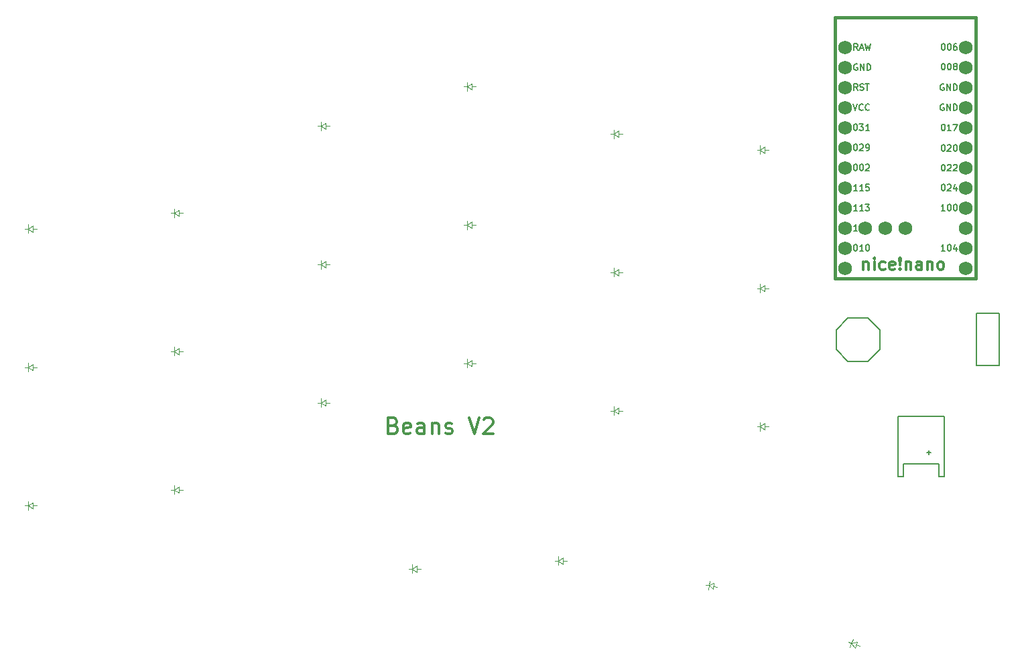
<source format=gbr>
%TF.GenerationSoftware,KiCad,Pcbnew,8.0.4*%
%TF.CreationDate,2024-08-22T13:25:46+01:00*%
%TF.ProjectId,left (v2 backup),6c656674-2028-4763-9220-6261636b7570,v1.0.0*%
%TF.SameCoordinates,Original*%
%TF.FileFunction,Legend,Top*%
%TF.FilePolarity,Positive*%
%FSLAX46Y46*%
G04 Gerber Fmt 4.6, Leading zero omitted, Abs format (unit mm)*
G04 Created by KiCad (PCBNEW 8.0.4) date 2024-08-22 13:25:46*
%MOMM*%
%LPD*%
G01*
G04 APERTURE LIST*
%ADD10C,0.300000*%
%ADD11C,0.150000*%
%ADD12C,0.100000*%
%ADD13C,0.381000*%
%ADD14C,1.752600*%
G04 APERTURE END LIST*
D10*
X146495985Y-77267722D02*
X146781699Y-77362960D01*
X146781699Y-77362960D02*
X146876937Y-77458198D01*
X146876937Y-77458198D02*
X146972175Y-77648674D01*
X146972175Y-77648674D02*
X146972175Y-77934388D01*
X146972175Y-77934388D02*
X146876937Y-78124864D01*
X146876937Y-78124864D02*
X146781699Y-78220103D01*
X146781699Y-78220103D02*
X146591223Y-78315341D01*
X146591223Y-78315341D02*
X145829318Y-78315341D01*
X145829318Y-78315341D02*
X145829318Y-76315341D01*
X145829318Y-76315341D02*
X146495985Y-76315341D01*
X146495985Y-76315341D02*
X146686461Y-76410579D01*
X146686461Y-76410579D02*
X146781699Y-76505817D01*
X146781699Y-76505817D02*
X146876937Y-76696293D01*
X146876937Y-76696293D02*
X146876937Y-76886769D01*
X146876937Y-76886769D02*
X146781699Y-77077245D01*
X146781699Y-77077245D02*
X146686461Y-77172483D01*
X146686461Y-77172483D02*
X146495985Y-77267722D01*
X146495985Y-77267722D02*
X145829318Y-77267722D01*
X148591223Y-78220103D02*
X148400747Y-78315341D01*
X148400747Y-78315341D02*
X148019794Y-78315341D01*
X148019794Y-78315341D02*
X147829318Y-78220103D01*
X147829318Y-78220103D02*
X147734080Y-78029626D01*
X147734080Y-78029626D02*
X147734080Y-77267722D01*
X147734080Y-77267722D02*
X147829318Y-77077245D01*
X147829318Y-77077245D02*
X148019794Y-76982007D01*
X148019794Y-76982007D02*
X148400747Y-76982007D01*
X148400747Y-76982007D02*
X148591223Y-77077245D01*
X148591223Y-77077245D02*
X148686461Y-77267722D01*
X148686461Y-77267722D02*
X148686461Y-77458198D01*
X148686461Y-77458198D02*
X147734080Y-77648674D01*
X150400747Y-78315341D02*
X150400747Y-77267722D01*
X150400747Y-77267722D02*
X150305509Y-77077245D01*
X150305509Y-77077245D02*
X150115033Y-76982007D01*
X150115033Y-76982007D02*
X149734080Y-76982007D01*
X149734080Y-76982007D02*
X149543604Y-77077245D01*
X150400747Y-78220103D02*
X150210271Y-78315341D01*
X150210271Y-78315341D02*
X149734080Y-78315341D01*
X149734080Y-78315341D02*
X149543604Y-78220103D01*
X149543604Y-78220103D02*
X149448366Y-78029626D01*
X149448366Y-78029626D02*
X149448366Y-77839150D01*
X149448366Y-77839150D02*
X149543604Y-77648674D01*
X149543604Y-77648674D02*
X149734080Y-77553436D01*
X149734080Y-77553436D02*
X150210271Y-77553436D01*
X150210271Y-77553436D02*
X150400747Y-77458198D01*
X151353128Y-76982007D02*
X151353128Y-78315341D01*
X151353128Y-77172483D02*
X151448366Y-77077245D01*
X151448366Y-77077245D02*
X151638842Y-76982007D01*
X151638842Y-76982007D02*
X151924557Y-76982007D01*
X151924557Y-76982007D02*
X152115033Y-77077245D01*
X152115033Y-77077245D02*
X152210271Y-77267722D01*
X152210271Y-77267722D02*
X152210271Y-78315341D01*
X153067414Y-78220103D02*
X153257890Y-78315341D01*
X153257890Y-78315341D02*
X153638842Y-78315341D01*
X153638842Y-78315341D02*
X153829319Y-78220103D01*
X153829319Y-78220103D02*
X153924557Y-78029626D01*
X153924557Y-78029626D02*
X153924557Y-77934388D01*
X153924557Y-77934388D02*
X153829319Y-77743912D01*
X153829319Y-77743912D02*
X153638842Y-77648674D01*
X153638842Y-77648674D02*
X153353128Y-77648674D01*
X153353128Y-77648674D02*
X153162652Y-77553436D01*
X153162652Y-77553436D02*
X153067414Y-77362960D01*
X153067414Y-77362960D02*
X153067414Y-77267722D01*
X153067414Y-77267722D02*
X153162652Y-77077245D01*
X153162652Y-77077245D02*
X153353128Y-76982007D01*
X153353128Y-76982007D02*
X153638842Y-76982007D01*
X153638842Y-76982007D02*
X153829319Y-77077245D01*
X156019796Y-76315341D02*
X156686462Y-78315341D01*
X156686462Y-78315341D02*
X157353129Y-76315341D01*
X157924558Y-76505817D02*
X158019796Y-76410579D01*
X158019796Y-76410579D02*
X158210272Y-76315341D01*
X158210272Y-76315341D02*
X158686463Y-76315341D01*
X158686463Y-76315341D02*
X158876939Y-76410579D01*
X158876939Y-76410579D02*
X158972177Y-76505817D01*
X158972177Y-76505817D02*
X159067415Y-76696293D01*
X159067415Y-76696293D02*
X159067415Y-76886769D01*
X159067415Y-76886769D02*
X158972177Y-77172483D01*
X158972177Y-77172483D02*
X157829320Y-78315341D01*
X157829320Y-78315341D02*
X159067415Y-78315341D01*
D11*
X204818565Y-44238001D02*
X204894755Y-44238001D01*
X204894755Y-44238001D02*
X204970946Y-44276096D01*
X204970946Y-44276096D02*
X205009041Y-44314191D01*
X205009041Y-44314191D02*
X205047136Y-44390382D01*
X205047136Y-44390382D02*
X205085231Y-44542763D01*
X205085231Y-44542763D02*
X205085231Y-44733239D01*
X205085231Y-44733239D02*
X205047136Y-44885620D01*
X205047136Y-44885620D02*
X205009041Y-44961810D01*
X205009041Y-44961810D02*
X204970946Y-44999906D01*
X204970946Y-44999906D02*
X204894755Y-45038001D01*
X204894755Y-45038001D02*
X204818565Y-45038001D01*
X204818565Y-45038001D02*
X204742374Y-44999906D01*
X204742374Y-44999906D02*
X204704279Y-44961810D01*
X204704279Y-44961810D02*
X204666184Y-44885620D01*
X204666184Y-44885620D02*
X204628088Y-44733239D01*
X204628088Y-44733239D02*
X204628088Y-44542763D01*
X204628088Y-44542763D02*
X204666184Y-44390382D01*
X204666184Y-44390382D02*
X204704279Y-44314191D01*
X204704279Y-44314191D02*
X204742374Y-44276096D01*
X204742374Y-44276096D02*
X204818565Y-44238001D01*
X205580470Y-44238001D02*
X205656660Y-44238001D01*
X205656660Y-44238001D02*
X205732851Y-44276096D01*
X205732851Y-44276096D02*
X205770946Y-44314191D01*
X205770946Y-44314191D02*
X205809041Y-44390382D01*
X205809041Y-44390382D02*
X205847136Y-44542763D01*
X205847136Y-44542763D02*
X205847136Y-44733239D01*
X205847136Y-44733239D02*
X205809041Y-44885620D01*
X205809041Y-44885620D02*
X205770946Y-44961810D01*
X205770946Y-44961810D02*
X205732851Y-44999906D01*
X205732851Y-44999906D02*
X205656660Y-45038001D01*
X205656660Y-45038001D02*
X205580470Y-45038001D01*
X205580470Y-45038001D02*
X205504279Y-44999906D01*
X205504279Y-44999906D02*
X205466184Y-44961810D01*
X205466184Y-44961810D02*
X205428089Y-44885620D01*
X205428089Y-44885620D02*
X205389993Y-44733239D01*
X205389993Y-44733239D02*
X205389993Y-44542763D01*
X205389993Y-44542763D02*
X205428089Y-44390382D01*
X205428089Y-44390382D02*
X205466184Y-44314191D01*
X205466184Y-44314191D02*
X205504279Y-44276096D01*
X205504279Y-44276096D02*
X205580470Y-44238001D01*
X206151898Y-44314191D02*
X206189994Y-44276096D01*
X206189994Y-44276096D02*
X206266184Y-44238001D01*
X206266184Y-44238001D02*
X206456660Y-44238001D01*
X206456660Y-44238001D02*
X206532851Y-44276096D01*
X206532851Y-44276096D02*
X206570946Y-44314191D01*
X206570946Y-44314191D02*
X206609041Y-44390382D01*
X206609041Y-44390382D02*
X206609041Y-44466572D01*
X206609041Y-44466572D02*
X206570946Y-44580858D01*
X206570946Y-44580858D02*
X206113803Y-45038001D01*
X206113803Y-45038001D02*
X206609041Y-45038001D01*
X204818565Y-39158001D02*
X204894755Y-39158001D01*
X204894755Y-39158001D02*
X204970946Y-39196096D01*
X204970946Y-39196096D02*
X205009041Y-39234191D01*
X205009041Y-39234191D02*
X205047136Y-39310382D01*
X205047136Y-39310382D02*
X205085231Y-39462763D01*
X205085231Y-39462763D02*
X205085231Y-39653239D01*
X205085231Y-39653239D02*
X205047136Y-39805620D01*
X205047136Y-39805620D02*
X205009041Y-39881810D01*
X205009041Y-39881810D02*
X204970946Y-39919906D01*
X204970946Y-39919906D02*
X204894755Y-39958001D01*
X204894755Y-39958001D02*
X204818565Y-39958001D01*
X204818565Y-39958001D02*
X204742374Y-39919906D01*
X204742374Y-39919906D02*
X204704279Y-39881810D01*
X204704279Y-39881810D02*
X204666184Y-39805620D01*
X204666184Y-39805620D02*
X204628088Y-39653239D01*
X204628088Y-39653239D02*
X204628088Y-39462763D01*
X204628088Y-39462763D02*
X204666184Y-39310382D01*
X204666184Y-39310382D02*
X204704279Y-39234191D01*
X204704279Y-39234191D02*
X204742374Y-39196096D01*
X204742374Y-39196096D02*
X204818565Y-39158001D01*
X205351898Y-39158001D02*
X205847136Y-39158001D01*
X205847136Y-39158001D02*
X205580470Y-39462763D01*
X205580470Y-39462763D02*
X205694755Y-39462763D01*
X205694755Y-39462763D02*
X205770946Y-39500858D01*
X205770946Y-39500858D02*
X205809041Y-39538953D01*
X205809041Y-39538953D02*
X205847136Y-39615144D01*
X205847136Y-39615144D02*
X205847136Y-39805620D01*
X205847136Y-39805620D02*
X205809041Y-39881810D01*
X205809041Y-39881810D02*
X205770946Y-39919906D01*
X205770946Y-39919906D02*
X205694755Y-39958001D01*
X205694755Y-39958001D02*
X205466184Y-39958001D01*
X205466184Y-39958001D02*
X205389993Y-39919906D01*
X205389993Y-39919906D02*
X205351898Y-39881810D01*
X206609041Y-39958001D02*
X206151898Y-39958001D01*
X206380470Y-39958001D02*
X206380470Y-39158001D01*
X206380470Y-39158001D02*
X206304279Y-39272286D01*
X206304279Y-39272286D02*
X206228089Y-39348477D01*
X206228089Y-39348477D02*
X206151898Y-39386572D01*
X215892946Y-39168001D02*
X215969136Y-39168001D01*
X215969136Y-39168001D02*
X216045327Y-39206096D01*
X216045327Y-39206096D02*
X216083422Y-39244191D01*
X216083422Y-39244191D02*
X216121517Y-39320382D01*
X216121517Y-39320382D02*
X216159612Y-39472763D01*
X216159612Y-39472763D02*
X216159612Y-39663239D01*
X216159612Y-39663239D02*
X216121517Y-39815620D01*
X216121517Y-39815620D02*
X216083422Y-39891810D01*
X216083422Y-39891810D02*
X216045327Y-39929906D01*
X216045327Y-39929906D02*
X215969136Y-39968001D01*
X215969136Y-39968001D02*
X215892946Y-39968001D01*
X215892946Y-39968001D02*
X215816755Y-39929906D01*
X215816755Y-39929906D02*
X215778660Y-39891810D01*
X215778660Y-39891810D02*
X215740565Y-39815620D01*
X215740565Y-39815620D02*
X215702469Y-39663239D01*
X215702469Y-39663239D02*
X215702469Y-39472763D01*
X215702469Y-39472763D02*
X215740565Y-39320382D01*
X215740565Y-39320382D02*
X215778660Y-39244191D01*
X215778660Y-39244191D02*
X215816755Y-39206096D01*
X215816755Y-39206096D02*
X215892946Y-39168001D01*
X216921517Y-39968001D02*
X216464374Y-39968001D01*
X216692946Y-39968001D02*
X216692946Y-39168001D01*
X216692946Y-39168001D02*
X216616755Y-39282286D01*
X216616755Y-39282286D02*
X216540565Y-39358477D01*
X216540565Y-39358477D02*
X216464374Y-39396572D01*
X217188184Y-39168001D02*
X217721518Y-39168001D01*
X217721518Y-39168001D02*
X217378660Y-39968001D01*
X205085231Y-50118001D02*
X204628088Y-50118001D01*
X204856660Y-50118001D02*
X204856660Y-49318001D01*
X204856660Y-49318001D02*
X204780469Y-49432286D01*
X204780469Y-49432286D02*
X204704279Y-49508477D01*
X204704279Y-49508477D02*
X204628088Y-49546572D01*
X205847136Y-50118001D02*
X205389993Y-50118001D01*
X205618565Y-50118001D02*
X205618565Y-49318001D01*
X205618565Y-49318001D02*
X205542374Y-49432286D01*
X205542374Y-49432286D02*
X205466184Y-49508477D01*
X205466184Y-49508477D02*
X205389993Y-49546572D01*
X206113803Y-49318001D02*
X206609041Y-49318001D01*
X206609041Y-49318001D02*
X206342375Y-49622763D01*
X206342375Y-49622763D02*
X206456660Y-49622763D01*
X206456660Y-49622763D02*
X206532851Y-49660858D01*
X206532851Y-49660858D02*
X206570946Y-49698953D01*
X206570946Y-49698953D02*
X206609041Y-49775144D01*
X206609041Y-49775144D02*
X206609041Y-49965620D01*
X206609041Y-49965620D02*
X206570946Y-50041810D01*
X206570946Y-50041810D02*
X206532851Y-50079906D01*
X206532851Y-50079906D02*
X206456660Y-50118001D01*
X206456660Y-50118001D02*
X206228089Y-50118001D01*
X206228089Y-50118001D02*
X206151898Y-50079906D01*
X206151898Y-50079906D02*
X206113803Y-50041810D01*
X215892946Y-31468001D02*
X215969136Y-31468001D01*
X215969136Y-31468001D02*
X216045327Y-31506096D01*
X216045327Y-31506096D02*
X216083422Y-31544191D01*
X216083422Y-31544191D02*
X216121517Y-31620382D01*
X216121517Y-31620382D02*
X216159612Y-31772763D01*
X216159612Y-31772763D02*
X216159612Y-31963239D01*
X216159612Y-31963239D02*
X216121517Y-32115620D01*
X216121517Y-32115620D02*
X216083422Y-32191810D01*
X216083422Y-32191810D02*
X216045327Y-32229906D01*
X216045327Y-32229906D02*
X215969136Y-32268001D01*
X215969136Y-32268001D02*
X215892946Y-32268001D01*
X215892946Y-32268001D02*
X215816755Y-32229906D01*
X215816755Y-32229906D02*
X215778660Y-32191810D01*
X215778660Y-32191810D02*
X215740565Y-32115620D01*
X215740565Y-32115620D02*
X215702469Y-31963239D01*
X215702469Y-31963239D02*
X215702469Y-31772763D01*
X215702469Y-31772763D02*
X215740565Y-31620382D01*
X215740565Y-31620382D02*
X215778660Y-31544191D01*
X215778660Y-31544191D02*
X215816755Y-31506096D01*
X215816755Y-31506096D02*
X215892946Y-31468001D01*
X216654851Y-31468001D02*
X216731041Y-31468001D01*
X216731041Y-31468001D02*
X216807232Y-31506096D01*
X216807232Y-31506096D02*
X216845327Y-31544191D01*
X216845327Y-31544191D02*
X216883422Y-31620382D01*
X216883422Y-31620382D02*
X216921517Y-31772763D01*
X216921517Y-31772763D02*
X216921517Y-31963239D01*
X216921517Y-31963239D02*
X216883422Y-32115620D01*
X216883422Y-32115620D02*
X216845327Y-32191810D01*
X216845327Y-32191810D02*
X216807232Y-32229906D01*
X216807232Y-32229906D02*
X216731041Y-32268001D01*
X216731041Y-32268001D02*
X216654851Y-32268001D01*
X216654851Y-32268001D02*
X216578660Y-32229906D01*
X216578660Y-32229906D02*
X216540565Y-32191810D01*
X216540565Y-32191810D02*
X216502470Y-32115620D01*
X216502470Y-32115620D02*
X216464374Y-31963239D01*
X216464374Y-31963239D02*
X216464374Y-31772763D01*
X216464374Y-31772763D02*
X216502470Y-31620382D01*
X216502470Y-31620382D02*
X216540565Y-31544191D01*
X216540565Y-31544191D02*
X216578660Y-31506096D01*
X216578660Y-31506096D02*
X216654851Y-31468001D01*
X217378660Y-31810858D02*
X217302470Y-31772763D01*
X217302470Y-31772763D02*
X217264375Y-31734667D01*
X217264375Y-31734667D02*
X217226279Y-31658477D01*
X217226279Y-31658477D02*
X217226279Y-31620382D01*
X217226279Y-31620382D02*
X217264375Y-31544191D01*
X217264375Y-31544191D02*
X217302470Y-31506096D01*
X217302470Y-31506096D02*
X217378660Y-31468001D01*
X217378660Y-31468001D02*
X217531041Y-31468001D01*
X217531041Y-31468001D02*
X217607232Y-31506096D01*
X217607232Y-31506096D02*
X217645327Y-31544191D01*
X217645327Y-31544191D02*
X217683422Y-31620382D01*
X217683422Y-31620382D02*
X217683422Y-31658477D01*
X217683422Y-31658477D02*
X217645327Y-31734667D01*
X217645327Y-31734667D02*
X217607232Y-31772763D01*
X217607232Y-31772763D02*
X217531041Y-31810858D01*
X217531041Y-31810858D02*
X217378660Y-31810858D01*
X217378660Y-31810858D02*
X217302470Y-31848953D01*
X217302470Y-31848953D02*
X217264375Y-31887048D01*
X217264375Y-31887048D02*
X217226279Y-31963239D01*
X217226279Y-31963239D02*
X217226279Y-32115620D01*
X217226279Y-32115620D02*
X217264375Y-32191810D01*
X217264375Y-32191810D02*
X217302470Y-32229906D01*
X217302470Y-32229906D02*
X217378660Y-32268001D01*
X217378660Y-32268001D02*
X217531041Y-32268001D01*
X217531041Y-32268001D02*
X217607232Y-32229906D01*
X217607232Y-32229906D02*
X217645327Y-32191810D01*
X217645327Y-32191810D02*
X217683422Y-32115620D01*
X217683422Y-32115620D02*
X217683422Y-31963239D01*
X217683422Y-31963239D02*
X217645327Y-31887048D01*
X217645327Y-31887048D02*
X217607232Y-31848953D01*
X217607232Y-31848953D02*
X217531041Y-31810858D01*
D10*
X205866041Y-56546034D02*
X205866041Y-57546034D01*
X205866041Y-56688891D02*
X205937470Y-56617463D01*
X205937470Y-56617463D02*
X206080327Y-56546034D01*
X206080327Y-56546034D02*
X206294613Y-56546034D01*
X206294613Y-56546034D02*
X206437470Y-56617463D01*
X206437470Y-56617463D02*
X206508899Y-56760320D01*
X206508899Y-56760320D02*
X206508899Y-57546034D01*
X207223184Y-57546034D02*
X207223184Y-56546034D01*
X207223184Y-56046034D02*
X207151756Y-56117463D01*
X207151756Y-56117463D02*
X207223184Y-56188891D01*
X207223184Y-56188891D02*
X207294613Y-56117463D01*
X207294613Y-56117463D02*
X207223184Y-56046034D01*
X207223184Y-56046034D02*
X207223184Y-56188891D01*
X208580328Y-57474606D02*
X208437470Y-57546034D01*
X208437470Y-57546034D02*
X208151756Y-57546034D01*
X208151756Y-57546034D02*
X208008899Y-57474606D01*
X208008899Y-57474606D02*
X207937470Y-57403177D01*
X207937470Y-57403177D02*
X207866042Y-57260320D01*
X207866042Y-57260320D02*
X207866042Y-56831748D01*
X207866042Y-56831748D02*
X207937470Y-56688891D01*
X207937470Y-56688891D02*
X208008899Y-56617463D01*
X208008899Y-56617463D02*
X208151756Y-56546034D01*
X208151756Y-56546034D02*
X208437470Y-56546034D01*
X208437470Y-56546034D02*
X208580328Y-56617463D01*
X209794613Y-57474606D02*
X209651756Y-57546034D01*
X209651756Y-57546034D02*
X209366042Y-57546034D01*
X209366042Y-57546034D02*
X209223184Y-57474606D01*
X209223184Y-57474606D02*
X209151756Y-57331748D01*
X209151756Y-57331748D02*
X209151756Y-56760320D01*
X209151756Y-56760320D02*
X209223184Y-56617463D01*
X209223184Y-56617463D02*
X209366042Y-56546034D01*
X209366042Y-56546034D02*
X209651756Y-56546034D01*
X209651756Y-56546034D02*
X209794613Y-56617463D01*
X209794613Y-56617463D02*
X209866042Y-56760320D01*
X209866042Y-56760320D02*
X209866042Y-56903177D01*
X209866042Y-56903177D02*
X209151756Y-57046034D01*
X210508898Y-57403177D02*
X210580327Y-57474606D01*
X210580327Y-57474606D02*
X210508898Y-57546034D01*
X210508898Y-57546034D02*
X210437470Y-57474606D01*
X210437470Y-57474606D02*
X210508898Y-57403177D01*
X210508898Y-57403177D02*
X210508898Y-57546034D01*
X210508898Y-56974606D02*
X210437470Y-56117463D01*
X210437470Y-56117463D02*
X210508898Y-56046034D01*
X210508898Y-56046034D02*
X210580327Y-56117463D01*
X210580327Y-56117463D02*
X210508898Y-56974606D01*
X210508898Y-56974606D02*
X210508898Y-56046034D01*
X211223184Y-56546034D02*
X211223184Y-57546034D01*
X211223184Y-56688891D02*
X211294613Y-56617463D01*
X211294613Y-56617463D02*
X211437470Y-56546034D01*
X211437470Y-56546034D02*
X211651756Y-56546034D01*
X211651756Y-56546034D02*
X211794613Y-56617463D01*
X211794613Y-56617463D02*
X211866042Y-56760320D01*
X211866042Y-56760320D02*
X211866042Y-57546034D01*
X213223185Y-57546034D02*
X213223185Y-56760320D01*
X213223185Y-56760320D02*
X213151756Y-56617463D01*
X213151756Y-56617463D02*
X213008899Y-56546034D01*
X213008899Y-56546034D02*
X212723185Y-56546034D01*
X212723185Y-56546034D02*
X212580327Y-56617463D01*
X213223185Y-57474606D02*
X213080327Y-57546034D01*
X213080327Y-57546034D02*
X212723185Y-57546034D01*
X212723185Y-57546034D02*
X212580327Y-57474606D01*
X212580327Y-57474606D02*
X212508899Y-57331748D01*
X212508899Y-57331748D02*
X212508899Y-57188891D01*
X212508899Y-57188891D02*
X212580327Y-57046034D01*
X212580327Y-57046034D02*
X212723185Y-56974606D01*
X212723185Y-56974606D02*
X213080327Y-56974606D01*
X213080327Y-56974606D02*
X213223185Y-56903177D01*
X213937470Y-56546034D02*
X213937470Y-57546034D01*
X213937470Y-56688891D02*
X214008899Y-56617463D01*
X214008899Y-56617463D02*
X214151756Y-56546034D01*
X214151756Y-56546034D02*
X214366042Y-56546034D01*
X214366042Y-56546034D02*
X214508899Y-56617463D01*
X214508899Y-56617463D02*
X214580328Y-56760320D01*
X214580328Y-56760320D02*
X214580328Y-57546034D01*
X215508899Y-57546034D02*
X215366042Y-57474606D01*
X215366042Y-57474606D02*
X215294613Y-57403177D01*
X215294613Y-57403177D02*
X215223185Y-57260320D01*
X215223185Y-57260320D02*
X215223185Y-56831748D01*
X215223185Y-56831748D02*
X215294613Y-56688891D01*
X215294613Y-56688891D02*
X215366042Y-56617463D01*
X215366042Y-56617463D02*
X215508899Y-56546034D01*
X215508899Y-56546034D02*
X215723185Y-56546034D01*
X215723185Y-56546034D02*
X215866042Y-56617463D01*
X215866042Y-56617463D02*
X215937471Y-56688891D01*
X215937471Y-56688891D02*
X216008899Y-56831748D01*
X216008899Y-56831748D02*
X216008899Y-57260320D01*
X216008899Y-57260320D02*
X215937471Y-57403177D01*
X215937471Y-57403177D02*
X215866042Y-57474606D01*
X215866042Y-57474606D02*
X215723185Y-57546034D01*
X215723185Y-57546034D02*
X215508899Y-57546034D01*
D11*
X205085231Y-52658001D02*
X204628088Y-52658001D01*
X204856660Y-52658001D02*
X204856660Y-51858001D01*
X204856660Y-51858001D02*
X204780469Y-51972286D01*
X204780469Y-51972286D02*
X204704279Y-52048477D01*
X204704279Y-52048477D02*
X204628088Y-52086572D01*
X205847136Y-52658001D02*
X205389993Y-52658001D01*
X205618565Y-52658001D02*
X205618565Y-51858001D01*
X205618565Y-51858001D02*
X205542374Y-51972286D01*
X205542374Y-51972286D02*
X205466184Y-52048477D01*
X205466184Y-52048477D02*
X205389993Y-52086572D01*
X206609041Y-52658001D02*
X206151898Y-52658001D01*
X206380470Y-52658001D02*
X206380470Y-51858001D01*
X206380470Y-51858001D02*
X206304279Y-51972286D01*
X206304279Y-51972286D02*
X206228089Y-52048477D01*
X206228089Y-52048477D02*
X206151898Y-52086572D01*
X216007232Y-34116096D02*
X215931042Y-34078001D01*
X215931042Y-34078001D02*
X215816756Y-34078001D01*
X215816756Y-34078001D02*
X215702470Y-34116096D01*
X215702470Y-34116096D02*
X215626280Y-34192286D01*
X215626280Y-34192286D02*
X215588185Y-34268477D01*
X215588185Y-34268477D02*
X215550089Y-34420858D01*
X215550089Y-34420858D02*
X215550089Y-34535144D01*
X215550089Y-34535144D02*
X215588185Y-34687525D01*
X215588185Y-34687525D02*
X215626280Y-34763715D01*
X215626280Y-34763715D02*
X215702470Y-34839906D01*
X215702470Y-34839906D02*
X215816756Y-34878001D01*
X215816756Y-34878001D02*
X215892947Y-34878001D01*
X215892947Y-34878001D02*
X216007232Y-34839906D01*
X216007232Y-34839906D02*
X216045328Y-34801810D01*
X216045328Y-34801810D02*
X216045328Y-34535144D01*
X216045328Y-34535144D02*
X215892947Y-34535144D01*
X216388185Y-34878001D02*
X216388185Y-34078001D01*
X216388185Y-34078001D02*
X216845328Y-34878001D01*
X216845328Y-34878001D02*
X216845328Y-34078001D01*
X217226280Y-34878001D02*
X217226280Y-34078001D01*
X217226280Y-34078001D02*
X217416756Y-34078001D01*
X217416756Y-34078001D02*
X217531042Y-34116096D01*
X217531042Y-34116096D02*
X217607232Y-34192286D01*
X217607232Y-34192286D02*
X217645327Y-34268477D01*
X217645327Y-34268477D02*
X217683423Y-34420858D01*
X217683423Y-34420858D02*
X217683423Y-34535144D01*
X217683423Y-34535144D02*
X217645327Y-34687525D01*
X217645327Y-34687525D02*
X217607232Y-34763715D01*
X217607232Y-34763715D02*
X217531042Y-34839906D01*
X217531042Y-34839906D02*
X217416756Y-34878001D01*
X217416756Y-34878001D02*
X217226280Y-34878001D01*
X215892946Y-28998001D02*
X215969136Y-28998001D01*
X215969136Y-28998001D02*
X216045327Y-29036096D01*
X216045327Y-29036096D02*
X216083422Y-29074191D01*
X216083422Y-29074191D02*
X216121517Y-29150382D01*
X216121517Y-29150382D02*
X216159612Y-29302763D01*
X216159612Y-29302763D02*
X216159612Y-29493239D01*
X216159612Y-29493239D02*
X216121517Y-29645620D01*
X216121517Y-29645620D02*
X216083422Y-29721810D01*
X216083422Y-29721810D02*
X216045327Y-29759906D01*
X216045327Y-29759906D02*
X215969136Y-29798001D01*
X215969136Y-29798001D02*
X215892946Y-29798001D01*
X215892946Y-29798001D02*
X215816755Y-29759906D01*
X215816755Y-29759906D02*
X215778660Y-29721810D01*
X215778660Y-29721810D02*
X215740565Y-29645620D01*
X215740565Y-29645620D02*
X215702469Y-29493239D01*
X215702469Y-29493239D02*
X215702469Y-29302763D01*
X215702469Y-29302763D02*
X215740565Y-29150382D01*
X215740565Y-29150382D02*
X215778660Y-29074191D01*
X215778660Y-29074191D02*
X215816755Y-29036096D01*
X215816755Y-29036096D02*
X215892946Y-28998001D01*
X216654851Y-28998001D02*
X216731041Y-28998001D01*
X216731041Y-28998001D02*
X216807232Y-29036096D01*
X216807232Y-29036096D02*
X216845327Y-29074191D01*
X216845327Y-29074191D02*
X216883422Y-29150382D01*
X216883422Y-29150382D02*
X216921517Y-29302763D01*
X216921517Y-29302763D02*
X216921517Y-29493239D01*
X216921517Y-29493239D02*
X216883422Y-29645620D01*
X216883422Y-29645620D02*
X216845327Y-29721810D01*
X216845327Y-29721810D02*
X216807232Y-29759906D01*
X216807232Y-29759906D02*
X216731041Y-29798001D01*
X216731041Y-29798001D02*
X216654851Y-29798001D01*
X216654851Y-29798001D02*
X216578660Y-29759906D01*
X216578660Y-29759906D02*
X216540565Y-29721810D01*
X216540565Y-29721810D02*
X216502470Y-29645620D01*
X216502470Y-29645620D02*
X216464374Y-29493239D01*
X216464374Y-29493239D02*
X216464374Y-29302763D01*
X216464374Y-29302763D02*
X216502470Y-29150382D01*
X216502470Y-29150382D02*
X216540565Y-29074191D01*
X216540565Y-29074191D02*
X216578660Y-29036096D01*
X216578660Y-29036096D02*
X216654851Y-28998001D01*
X217607232Y-28998001D02*
X217454851Y-28998001D01*
X217454851Y-28998001D02*
X217378660Y-29036096D01*
X217378660Y-29036096D02*
X217340565Y-29074191D01*
X217340565Y-29074191D02*
X217264375Y-29188477D01*
X217264375Y-29188477D02*
X217226279Y-29340858D01*
X217226279Y-29340858D02*
X217226279Y-29645620D01*
X217226279Y-29645620D02*
X217264375Y-29721810D01*
X217264375Y-29721810D02*
X217302470Y-29759906D01*
X217302470Y-29759906D02*
X217378660Y-29798001D01*
X217378660Y-29798001D02*
X217531041Y-29798001D01*
X217531041Y-29798001D02*
X217607232Y-29759906D01*
X217607232Y-29759906D02*
X217645327Y-29721810D01*
X217645327Y-29721810D02*
X217683422Y-29645620D01*
X217683422Y-29645620D02*
X217683422Y-29455144D01*
X217683422Y-29455144D02*
X217645327Y-29378953D01*
X217645327Y-29378953D02*
X217607232Y-29340858D01*
X217607232Y-29340858D02*
X217531041Y-29302763D01*
X217531041Y-29302763D02*
X217378660Y-29302763D01*
X217378660Y-29302763D02*
X217302470Y-29340858D01*
X217302470Y-29340858D02*
X217264375Y-29378953D01*
X217264375Y-29378953D02*
X217226279Y-29455144D01*
X204818565Y-41698001D02*
X204894755Y-41698001D01*
X204894755Y-41698001D02*
X204970946Y-41736096D01*
X204970946Y-41736096D02*
X205009041Y-41774191D01*
X205009041Y-41774191D02*
X205047136Y-41850382D01*
X205047136Y-41850382D02*
X205085231Y-42002763D01*
X205085231Y-42002763D02*
X205085231Y-42193239D01*
X205085231Y-42193239D02*
X205047136Y-42345620D01*
X205047136Y-42345620D02*
X205009041Y-42421810D01*
X205009041Y-42421810D02*
X204970946Y-42459906D01*
X204970946Y-42459906D02*
X204894755Y-42498001D01*
X204894755Y-42498001D02*
X204818565Y-42498001D01*
X204818565Y-42498001D02*
X204742374Y-42459906D01*
X204742374Y-42459906D02*
X204704279Y-42421810D01*
X204704279Y-42421810D02*
X204666184Y-42345620D01*
X204666184Y-42345620D02*
X204628088Y-42193239D01*
X204628088Y-42193239D02*
X204628088Y-42002763D01*
X204628088Y-42002763D02*
X204666184Y-41850382D01*
X204666184Y-41850382D02*
X204704279Y-41774191D01*
X204704279Y-41774191D02*
X204742374Y-41736096D01*
X204742374Y-41736096D02*
X204818565Y-41698001D01*
X205389993Y-41774191D02*
X205428089Y-41736096D01*
X205428089Y-41736096D02*
X205504279Y-41698001D01*
X205504279Y-41698001D02*
X205694755Y-41698001D01*
X205694755Y-41698001D02*
X205770946Y-41736096D01*
X205770946Y-41736096D02*
X205809041Y-41774191D01*
X205809041Y-41774191D02*
X205847136Y-41850382D01*
X205847136Y-41850382D02*
X205847136Y-41926572D01*
X205847136Y-41926572D02*
X205809041Y-42040858D01*
X205809041Y-42040858D02*
X205351898Y-42498001D01*
X205351898Y-42498001D02*
X205847136Y-42498001D01*
X206228089Y-42498001D02*
X206380470Y-42498001D01*
X206380470Y-42498001D02*
X206456660Y-42459906D01*
X206456660Y-42459906D02*
X206494756Y-42421810D01*
X206494756Y-42421810D02*
X206570946Y-42307525D01*
X206570946Y-42307525D02*
X206609041Y-42155144D01*
X206609041Y-42155144D02*
X206609041Y-41850382D01*
X206609041Y-41850382D02*
X206570946Y-41774191D01*
X206570946Y-41774191D02*
X206532851Y-41736096D01*
X206532851Y-41736096D02*
X206456660Y-41698001D01*
X206456660Y-41698001D02*
X206304279Y-41698001D01*
X206304279Y-41698001D02*
X206228089Y-41736096D01*
X206228089Y-41736096D02*
X206189994Y-41774191D01*
X206189994Y-41774191D02*
X206151898Y-41850382D01*
X206151898Y-41850382D02*
X206151898Y-42040858D01*
X206151898Y-42040858D02*
X206189994Y-42117048D01*
X206189994Y-42117048D02*
X206228089Y-42155144D01*
X206228089Y-42155144D02*
X206304279Y-42193239D01*
X206304279Y-42193239D02*
X206456660Y-42193239D01*
X206456660Y-42193239D02*
X206532851Y-42155144D01*
X206532851Y-42155144D02*
X206570946Y-42117048D01*
X206570946Y-42117048D02*
X206609041Y-42040858D01*
X215892946Y-44268001D02*
X215969136Y-44268001D01*
X215969136Y-44268001D02*
X216045327Y-44306096D01*
X216045327Y-44306096D02*
X216083422Y-44344191D01*
X216083422Y-44344191D02*
X216121517Y-44420382D01*
X216121517Y-44420382D02*
X216159612Y-44572763D01*
X216159612Y-44572763D02*
X216159612Y-44763239D01*
X216159612Y-44763239D02*
X216121517Y-44915620D01*
X216121517Y-44915620D02*
X216083422Y-44991810D01*
X216083422Y-44991810D02*
X216045327Y-45029906D01*
X216045327Y-45029906D02*
X215969136Y-45068001D01*
X215969136Y-45068001D02*
X215892946Y-45068001D01*
X215892946Y-45068001D02*
X215816755Y-45029906D01*
X215816755Y-45029906D02*
X215778660Y-44991810D01*
X215778660Y-44991810D02*
X215740565Y-44915620D01*
X215740565Y-44915620D02*
X215702469Y-44763239D01*
X215702469Y-44763239D02*
X215702469Y-44572763D01*
X215702469Y-44572763D02*
X215740565Y-44420382D01*
X215740565Y-44420382D02*
X215778660Y-44344191D01*
X215778660Y-44344191D02*
X215816755Y-44306096D01*
X215816755Y-44306096D02*
X215892946Y-44268001D01*
X216464374Y-44344191D02*
X216502470Y-44306096D01*
X216502470Y-44306096D02*
X216578660Y-44268001D01*
X216578660Y-44268001D02*
X216769136Y-44268001D01*
X216769136Y-44268001D02*
X216845327Y-44306096D01*
X216845327Y-44306096D02*
X216883422Y-44344191D01*
X216883422Y-44344191D02*
X216921517Y-44420382D01*
X216921517Y-44420382D02*
X216921517Y-44496572D01*
X216921517Y-44496572D02*
X216883422Y-44610858D01*
X216883422Y-44610858D02*
X216426279Y-45068001D01*
X216426279Y-45068001D02*
X216921517Y-45068001D01*
X217226279Y-44344191D02*
X217264375Y-44306096D01*
X217264375Y-44306096D02*
X217340565Y-44268001D01*
X217340565Y-44268001D02*
X217531041Y-44268001D01*
X217531041Y-44268001D02*
X217607232Y-44306096D01*
X217607232Y-44306096D02*
X217645327Y-44344191D01*
X217645327Y-44344191D02*
X217683422Y-44420382D01*
X217683422Y-44420382D02*
X217683422Y-44496572D01*
X217683422Y-44496572D02*
X217645327Y-44610858D01*
X217645327Y-44610858D02*
X217188184Y-45068001D01*
X217188184Y-45068001D02*
X217683422Y-45068001D01*
X216159612Y-50118001D02*
X215702469Y-50118001D01*
X215931041Y-50118001D02*
X215931041Y-49318001D01*
X215931041Y-49318001D02*
X215854850Y-49432286D01*
X215854850Y-49432286D02*
X215778660Y-49508477D01*
X215778660Y-49508477D02*
X215702469Y-49546572D01*
X216654851Y-49318001D02*
X216731041Y-49318001D01*
X216731041Y-49318001D02*
X216807232Y-49356096D01*
X216807232Y-49356096D02*
X216845327Y-49394191D01*
X216845327Y-49394191D02*
X216883422Y-49470382D01*
X216883422Y-49470382D02*
X216921517Y-49622763D01*
X216921517Y-49622763D02*
X216921517Y-49813239D01*
X216921517Y-49813239D02*
X216883422Y-49965620D01*
X216883422Y-49965620D02*
X216845327Y-50041810D01*
X216845327Y-50041810D02*
X216807232Y-50079906D01*
X216807232Y-50079906D02*
X216731041Y-50118001D01*
X216731041Y-50118001D02*
X216654851Y-50118001D01*
X216654851Y-50118001D02*
X216578660Y-50079906D01*
X216578660Y-50079906D02*
X216540565Y-50041810D01*
X216540565Y-50041810D02*
X216502470Y-49965620D01*
X216502470Y-49965620D02*
X216464374Y-49813239D01*
X216464374Y-49813239D02*
X216464374Y-49622763D01*
X216464374Y-49622763D02*
X216502470Y-49470382D01*
X216502470Y-49470382D02*
X216540565Y-49394191D01*
X216540565Y-49394191D02*
X216578660Y-49356096D01*
X216578660Y-49356096D02*
X216654851Y-49318001D01*
X217416756Y-49318001D02*
X217492946Y-49318001D01*
X217492946Y-49318001D02*
X217569137Y-49356096D01*
X217569137Y-49356096D02*
X217607232Y-49394191D01*
X217607232Y-49394191D02*
X217645327Y-49470382D01*
X217645327Y-49470382D02*
X217683422Y-49622763D01*
X217683422Y-49622763D02*
X217683422Y-49813239D01*
X217683422Y-49813239D02*
X217645327Y-49965620D01*
X217645327Y-49965620D02*
X217607232Y-50041810D01*
X217607232Y-50041810D02*
X217569137Y-50079906D01*
X217569137Y-50079906D02*
X217492946Y-50118001D01*
X217492946Y-50118001D02*
X217416756Y-50118001D01*
X217416756Y-50118001D02*
X217340565Y-50079906D01*
X217340565Y-50079906D02*
X217302470Y-50041810D01*
X217302470Y-50041810D02*
X217264375Y-49965620D01*
X217264375Y-49965620D02*
X217226279Y-49813239D01*
X217226279Y-49813239D02*
X217226279Y-49622763D01*
X217226279Y-49622763D02*
X217264375Y-49470382D01*
X217264375Y-49470382D02*
X217302470Y-49394191D01*
X217302470Y-49394191D02*
X217340565Y-49356096D01*
X217340565Y-49356096D02*
X217416756Y-49318001D01*
X204551898Y-36618001D02*
X204818565Y-37418001D01*
X204818565Y-37418001D02*
X205085231Y-36618001D01*
X205809041Y-37341810D02*
X205770945Y-37379906D01*
X205770945Y-37379906D02*
X205656660Y-37418001D01*
X205656660Y-37418001D02*
X205580469Y-37418001D01*
X205580469Y-37418001D02*
X205466183Y-37379906D01*
X205466183Y-37379906D02*
X205389993Y-37303715D01*
X205389993Y-37303715D02*
X205351898Y-37227525D01*
X205351898Y-37227525D02*
X205313802Y-37075144D01*
X205313802Y-37075144D02*
X205313802Y-36960858D01*
X205313802Y-36960858D02*
X205351898Y-36808477D01*
X205351898Y-36808477D02*
X205389993Y-36732286D01*
X205389993Y-36732286D02*
X205466183Y-36656096D01*
X205466183Y-36656096D02*
X205580469Y-36618001D01*
X205580469Y-36618001D02*
X205656660Y-36618001D01*
X205656660Y-36618001D02*
X205770945Y-36656096D01*
X205770945Y-36656096D02*
X205809041Y-36694191D01*
X206609041Y-37341810D02*
X206570945Y-37379906D01*
X206570945Y-37379906D02*
X206456660Y-37418001D01*
X206456660Y-37418001D02*
X206380469Y-37418001D01*
X206380469Y-37418001D02*
X206266183Y-37379906D01*
X206266183Y-37379906D02*
X206189993Y-37303715D01*
X206189993Y-37303715D02*
X206151898Y-37227525D01*
X206151898Y-37227525D02*
X206113802Y-37075144D01*
X206113802Y-37075144D02*
X206113802Y-36960858D01*
X206113802Y-36960858D02*
X206151898Y-36808477D01*
X206151898Y-36808477D02*
X206189993Y-36732286D01*
X206189993Y-36732286D02*
X206266183Y-36656096D01*
X206266183Y-36656096D02*
X206380469Y-36618001D01*
X206380469Y-36618001D02*
X206456660Y-36618001D01*
X206456660Y-36618001D02*
X206570945Y-36656096D01*
X206570945Y-36656096D02*
X206609041Y-36694191D01*
X205129661Y-34878001D02*
X204862994Y-34497048D01*
X204672518Y-34878001D02*
X204672518Y-34078001D01*
X204672518Y-34078001D02*
X204977280Y-34078001D01*
X204977280Y-34078001D02*
X205053470Y-34116096D01*
X205053470Y-34116096D02*
X205091565Y-34154191D01*
X205091565Y-34154191D02*
X205129661Y-34230382D01*
X205129661Y-34230382D02*
X205129661Y-34344667D01*
X205129661Y-34344667D02*
X205091565Y-34420858D01*
X205091565Y-34420858D02*
X205053470Y-34458953D01*
X205053470Y-34458953D02*
X204977280Y-34497048D01*
X204977280Y-34497048D02*
X204672518Y-34497048D01*
X205434422Y-34839906D02*
X205548708Y-34878001D01*
X205548708Y-34878001D02*
X205739184Y-34878001D01*
X205739184Y-34878001D02*
X205815375Y-34839906D01*
X205815375Y-34839906D02*
X205853470Y-34801810D01*
X205853470Y-34801810D02*
X205891565Y-34725620D01*
X205891565Y-34725620D02*
X205891565Y-34649429D01*
X205891565Y-34649429D02*
X205853470Y-34573239D01*
X205853470Y-34573239D02*
X205815375Y-34535144D01*
X205815375Y-34535144D02*
X205739184Y-34497048D01*
X205739184Y-34497048D02*
X205586803Y-34458953D01*
X205586803Y-34458953D02*
X205510613Y-34420858D01*
X205510613Y-34420858D02*
X205472518Y-34382763D01*
X205472518Y-34382763D02*
X205434422Y-34306572D01*
X205434422Y-34306572D02*
X205434422Y-34230382D01*
X205434422Y-34230382D02*
X205472518Y-34154191D01*
X205472518Y-34154191D02*
X205510613Y-34116096D01*
X205510613Y-34116096D02*
X205586803Y-34078001D01*
X205586803Y-34078001D02*
X205777280Y-34078001D01*
X205777280Y-34078001D02*
X205891565Y-34116096D01*
X206120137Y-34078001D02*
X206577280Y-34078001D01*
X206348708Y-34878001D02*
X206348708Y-34078001D01*
X216007231Y-36656096D02*
X215931041Y-36618001D01*
X215931041Y-36618001D02*
X215816755Y-36618001D01*
X215816755Y-36618001D02*
X215702469Y-36656096D01*
X215702469Y-36656096D02*
X215626279Y-36732286D01*
X215626279Y-36732286D02*
X215588184Y-36808477D01*
X215588184Y-36808477D02*
X215550088Y-36960858D01*
X215550088Y-36960858D02*
X215550088Y-37075144D01*
X215550088Y-37075144D02*
X215588184Y-37227525D01*
X215588184Y-37227525D02*
X215626279Y-37303715D01*
X215626279Y-37303715D02*
X215702469Y-37379906D01*
X215702469Y-37379906D02*
X215816755Y-37418001D01*
X215816755Y-37418001D02*
X215892946Y-37418001D01*
X215892946Y-37418001D02*
X216007231Y-37379906D01*
X216007231Y-37379906D02*
X216045327Y-37341810D01*
X216045327Y-37341810D02*
X216045327Y-37075144D01*
X216045327Y-37075144D02*
X215892946Y-37075144D01*
X216388184Y-37418001D02*
X216388184Y-36618001D01*
X216388184Y-36618001D02*
X216845327Y-37418001D01*
X216845327Y-37418001D02*
X216845327Y-36618001D01*
X217226279Y-37418001D02*
X217226279Y-36618001D01*
X217226279Y-36618001D02*
X217416755Y-36618001D01*
X217416755Y-36618001D02*
X217531041Y-36656096D01*
X217531041Y-36656096D02*
X217607231Y-36732286D01*
X217607231Y-36732286D02*
X217645326Y-36808477D01*
X217645326Y-36808477D02*
X217683422Y-36960858D01*
X217683422Y-36960858D02*
X217683422Y-37075144D01*
X217683422Y-37075144D02*
X217645326Y-37227525D01*
X217645326Y-37227525D02*
X217607231Y-37303715D01*
X217607231Y-37303715D02*
X217531041Y-37379906D01*
X217531041Y-37379906D02*
X217416755Y-37418001D01*
X217416755Y-37418001D02*
X217226279Y-37418001D01*
X205129660Y-29798001D02*
X204862993Y-29417048D01*
X204672517Y-29798001D02*
X204672517Y-28998001D01*
X204672517Y-28998001D02*
X204977279Y-28998001D01*
X204977279Y-28998001D02*
X205053469Y-29036096D01*
X205053469Y-29036096D02*
X205091564Y-29074191D01*
X205091564Y-29074191D02*
X205129660Y-29150382D01*
X205129660Y-29150382D02*
X205129660Y-29264667D01*
X205129660Y-29264667D02*
X205091564Y-29340858D01*
X205091564Y-29340858D02*
X205053469Y-29378953D01*
X205053469Y-29378953D02*
X204977279Y-29417048D01*
X204977279Y-29417048D02*
X204672517Y-29417048D01*
X205434421Y-29569429D02*
X205815374Y-29569429D01*
X205358231Y-29798001D02*
X205624898Y-28998001D01*
X205624898Y-28998001D02*
X205891564Y-29798001D01*
X206082040Y-28998001D02*
X206272516Y-29798001D01*
X206272516Y-29798001D02*
X206424897Y-29226572D01*
X206424897Y-29226572D02*
X206577278Y-29798001D01*
X206577278Y-29798001D02*
X206767755Y-28998001D01*
X205091565Y-31576096D02*
X205015375Y-31538001D01*
X205015375Y-31538001D02*
X204901089Y-31538001D01*
X204901089Y-31538001D02*
X204786803Y-31576096D01*
X204786803Y-31576096D02*
X204710613Y-31652286D01*
X204710613Y-31652286D02*
X204672518Y-31728477D01*
X204672518Y-31728477D02*
X204634422Y-31880858D01*
X204634422Y-31880858D02*
X204634422Y-31995144D01*
X204634422Y-31995144D02*
X204672518Y-32147525D01*
X204672518Y-32147525D02*
X204710613Y-32223715D01*
X204710613Y-32223715D02*
X204786803Y-32299906D01*
X204786803Y-32299906D02*
X204901089Y-32338001D01*
X204901089Y-32338001D02*
X204977280Y-32338001D01*
X204977280Y-32338001D02*
X205091565Y-32299906D01*
X205091565Y-32299906D02*
X205129661Y-32261810D01*
X205129661Y-32261810D02*
X205129661Y-31995144D01*
X205129661Y-31995144D02*
X204977280Y-31995144D01*
X205472518Y-32338001D02*
X205472518Y-31538001D01*
X205472518Y-31538001D02*
X205929661Y-32338001D01*
X205929661Y-32338001D02*
X205929661Y-31538001D01*
X206310613Y-32338001D02*
X206310613Y-31538001D01*
X206310613Y-31538001D02*
X206501089Y-31538001D01*
X206501089Y-31538001D02*
X206615375Y-31576096D01*
X206615375Y-31576096D02*
X206691565Y-31652286D01*
X206691565Y-31652286D02*
X206729660Y-31728477D01*
X206729660Y-31728477D02*
X206767756Y-31880858D01*
X206767756Y-31880858D02*
X206767756Y-31995144D01*
X206767756Y-31995144D02*
X206729660Y-32147525D01*
X206729660Y-32147525D02*
X206691565Y-32223715D01*
X206691565Y-32223715D02*
X206615375Y-32299906D01*
X206615375Y-32299906D02*
X206501089Y-32338001D01*
X206501089Y-32338001D02*
X206310613Y-32338001D01*
X205085231Y-47578001D02*
X204628088Y-47578001D01*
X204856660Y-47578001D02*
X204856660Y-46778001D01*
X204856660Y-46778001D02*
X204780469Y-46892286D01*
X204780469Y-46892286D02*
X204704279Y-46968477D01*
X204704279Y-46968477D02*
X204628088Y-47006572D01*
X205847136Y-47578001D02*
X205389993Y-47578001D01*
X205618565Y-47578001D02*
X205618565Y-46778001D01*
X205618565Y-46778001D02*
X205542374Y-46892286D01*
X205542374Y-46892286D02*
X205466184Y-46968477D01*
X205466184Y-46968477D02*
X205389993Y-47006572D01*
X206570946Y-46778001D02*
X206189994Y-46778001D01*
X206189994Y-46778001D02*
X206151898Y-47158953D01*
X206151898Y-47158953D02*
X206189994Y-47120858D01*
X206189994Y-47120858D02*
X206266184Y-47082763D01*
X206266184Y-47082763D02*
X206456660Y-47082763D01*
X206456660Y-47082763D02*
X206532851Y-47120858D01*
X206532851Y-47120858D02*
X206570946Y-47158953D01*
X206570946Y-47158953D02*
X206609041Y-47235144D01*
X206609041Y-47235144D02*
X206609041Y-47425620D01*
X206609041Y-47425620D02*
X206570946Y-47501810D01*
X206570946Y-47501810D02*
X206532851Y-47539906D01*
X206532851Y-47539906D02*
X206456660Y-47578001D01*
X206456660Y-47578001D02*
X206266184Y-47578001D01*
X206266184Y-47578001D02*
X206189994Y-47539906D01*
X206189994Y-47539906D02*
X206151898Y-47501810D01*
X216159612Y-55197998D02*
X215702469Y-55197998D01*
X215931041Y-55197998D02*
X215931041Y-54397998D01*
X215931041Y-54397998D02*
X215854850Y-54512283D01*
X215854850Y-54512283D02*
X215778660Y-54588474D01*
X215778660Y-54588474D02*
X215702469Y-54626569D01*
X216654851Y-54397998D02*
X216731041Y-54397998D01*
X216731041Y-54397998D02*
X216807232Y-54436093D01*
X216807232Y-54436093D02*
X216845327Y-54474188D01*
X216845327Y-54474188D02*
X216883422Y-54550379D01*
X216883422Y-54550379D02*
X216921517Y-54702760D01*
X216921517Y-54702760D02*
X216921517Y-54893236D01*
X216921517Y-54893236D02*
X216883422Y-55045617D01*
X216883422Y-55045617D02*
X216845327Y-55121807D01*
X216845327Y-55121807D02*
X216807232Y-55159903D01*
X216807232Y-55159903D02*
X216731041Y-55197998D01*
X216731041Y-55197998D02*
X216654851Y-55197998D01*
X216654851Y-55197998D02*
X216578660Y-55159903D01*
X216578660Y-55159903D02*
X216540565Y-55121807D01*
X216540565Y-55121807D02*
X216502470Y-55045617D01*
X216502470Y-55045617D02*
X216464374Y-54893236D01*
X216464374Y-54893236D02*
X216464374Y-54702760D01*
X216464374Y-54702760D02*
X216502470Y-54550379D01*
X216502470Y-54550379D02*
X216540565Y-54474188D01*
X216540565Y-54474188D02*
X216578660Y-54436093D01*
X216578660Y-54436093D02*
X216654851Y-54397998D01*
X217607232Y-54664664D02*
X217607232Y-55197998D01*
X217416756Y-54359903D02*
X217226279Y-54931331D01*
X217226279Y-54931331D02*
X217721518Y-54931331D01*
X215892946Y-41768001D02*
X215969136Y-41768001D01*
X215969136Y-41768001D02*
X216045327Y-41806096D01*
X216045327Y-41806096D02*
X216083422Y-41844191D01*
X216083422Y-41844191D02*
X216121517Y-41920382D01*
X216121517Y-41920382D02*
X216159612Y-42072763D01*
X216159612Y-42072763D02*
X216159612Y-42263239D01*
X216159612Y-42263239D02*
X216121517Y-42415620D01*
X216121517Y-42415620D02*
X216083422Y-42491810D01*
X216083422Y-42491810D02*
X216045327Y-42529906D01*
X216045327Y-42529906D02*
X215969136Y-42568001D01*
X215969136Y-42568001D02*
X215892946Y-42568001D01*
X215892946Y-42568001D02*
X215816755Y-42529906D01*
X215816755Y-42529906D02*
X215778660Y-42491810D01*
X215778660Y-42491810D02*
X215740565Y-42415620D01*
X215740565Y-42415620D02*
X215702469Y-42263239D01*
X215702469Y-42263239D02*
X215702469Y-42072763D01*
X215702469Y-42072763D02*
X215740565Y-41920382D01*
X215740565Y-41920382D02*
X215778660Y-41844191D01*
X215778660Y-41844191D02*
X215816755Y-41806096D01*
X215816755Y-41806096D02*
X215892946Y-41768001D01*
X216464374Y-41844191D02*
X216502470Y-41806096D01*
X216502470Y-41806096D02*
X216578660Y-41768001D01*
X216578660Y-41768001D02*
X216769136Y-41768001D01*
X216769136Y-41768001D02*
X216845327Y-41806096D01*
X216845327Y-41806096D02*
X216883422Y-41844191D01*
X216883422Y-41844191D02*
X216921517Y-41920382D01*
X216921517Y-41920382D02*
X216921517Y-41996572D01*
X216921517Y-41996572D02*
X216883422Y-42110858D01*
X216883422Y-42110858D02*
X216426279Y-42568001D01*
X216426279Y-42568001D02*
X216921517Y-42568001D01*
X217416756Y-41768001D02*
X217492946Y-41768001D01*
X217492946Y-41768001D02*
X217569137Y-41806096D01*
X217569137Y-41806096D02*
X217607232Y-41844191D01*
X217607232Y-41844191D02*
X217645327Y-41920382D01*
X217645327Y-41920382D02*
X217683422Y-42072763D01*
X217683422Y-42072763D02*
X217683422Y-42263239D01*
X217683422Y-42263239D02*
X217645327Y-42415620D01*
X217645327Y-42415620D02*
X217607232Y-42491810D01*
X217607232Y-42491810D02*
X217569137Y-42529906D01*
X217569137Y-42529906D02*
X217492946Y-42568001D01*
X217492946Y-42568001D02*
X217416756Y-42568001D01*
X217416756Y-42568001D02*
X217340565Y-42529906D01*
X217340565Y-42529906D02*
X217302470Y-42491810D01*
X217302470Y-42491810D02*
X217264375Y-42415620D01*
X217264375Y-42415620D02*
X217226279Y-42263239D01*
X217226279Y-42263239D02*
X217226279Y-42072763D01*
X217226279Y-42072763D02*
X217264375Y-41920382D01*
X217264375Y-41920382D02*
X217302470Y-41844191D01*
X217302470Y-41844191D02*
X217340565Y-41806096D01*
X217340565Y-41806096D02*
X217416756Y-41768001D01*
X204818565Y-54398001D02*
X204894755Y-54398001D01*
X204894755Y-54398001D02*
X204970946Y-54436096D01*
X204970946Y-54436096D02*
X205009041Y-54474191D01*
X205009041Y-54474191D02*
X205047136Y-54550382D01*
X205047136Y-54550382D02*
X205085231Y-54702763D01*
X205085231Y-54702763D02*
X205085231Y-54893239D01*
X205085231Y-54893239D02*
X205047136Y-55045620D01*
X205047136Y-55045620D02*
X205009041Y-55121810D01*
X205009041Y-55121810D02*
X204970946Y-55159906D01*
X204970946Y-55159906D02*
X204894755Y-55198001D01*
X204894755Y-55198001D02*
X204818565Y-55198001D01*
X204818565Y-55198001D02*
X204742374Y-55159906D01*
X204742374Y-55159906D02*
X204704279Y-55121810D01*
X204704279Y-55121810D02*
X204666184Y-55045620D01*
X204666184Y-55045620D02*
X204628088Y-54893239D01*
X204628088Y-54893239D02*
X204628088Y-54702763D01*
X204628088Y-54702763D02*
X204666184Y-54550382D01*
X204666184Y-54550382D02*
X204704279Y-54474191D01*
X204704279Y-54474191D02*
X204742374Y-54436096D01*
X204742374Y-54436096D02*
X204818565Y-54398001D01*
X205847136Y-55198001D02*
X205389993Y-55198001D01*
X205618565Y-55198001D02*
X205618565Y-54398001D01*
X205618565Y-54398001D02*
X205542374Y-54512286D01*
X205542374Y-54512286D02*
X205466184Y-54588477D01*
X205466184Y-54588477D02*
X205389993Y-54626572D01*
X206342375Y-54398001D02*
X206418565Y-54398001D01*
X206418565Y-54398001D02*
X206494756Y-54436096D01*
X206494756Y-54436096D02*
X206532851Y-54474191D01*
X206532851Y-54474191D02*
X206570946Y-54550382D01*
X206570946Y-54550382D02*
X206609041Y-54702763D01*
X206609041Y-54702763D02*
X206609041Y-54893239D01*
X206609041Y-54893239D02*
X206570946Y-55045620D01*
X206570946Y-55045620D02*
X206532851Y-55121810D01*
X206532851Y-55121810D02*
X206494756Y-55159906D01*
X206494756Y-55159906D02*
X206418565Y-55198001D01*
X206418565Y-55198001D02*
X206342375Y-55198001D01*
X206342375Y-55198001D02*
X206266184Y-55159906D01*
X206266184Y-55159906D02*
X206228089Y-55121810D01*
X206228089Y-55121810D02*
X206189994Y-55045620D01*
X206189994Y-55045620D02*
X206151898Y-54893239D01*
X206151898Y-54893239D02*
X206151898Y-54702763D01*
X206151898Y-54702763D02*
X206189994Y-54550382D01*
X206189994Y-54550382D02*
X206228089Y-54474191D01*
X206228089Y-54474191D02*
X206266184Y-54436096D01*
X206266184Y-54436096D02*
X206342375Y-54398001D01*
X215892946Y-46778001D02*
X215969136Y-46778001D01*
X215969136Y-46778001D02*
X216045327Y-46816096D01*
X216045327Y-46816096D02*
X216083422Y-46854191D01*
X216083422Y-46854191D02*
X216121517Y-46930382D01*
X216121517Y-46930382D02*
X216159612Y-47082763D01*
X216159612Y-47082763D02*
X216159612Y-47273239D01*
X216159612Y-47273239D02*
X216121517Y-47425620D01*
X216121517Y-47425620D02*
X216083422Y-47501810D01*
X216083422Y-47501810D02*
X216045327Y-47539906D01*
X216045327Y-47539906D02*
X215969136Y-47578001D01*
X215969136Y-47578001D02*
X215892946Y-47578001D01*
X215892946Y-47578001D02*
X215816755Y-47539906D01*
X215816755Y-47539906D02*
X215778660Y-47501810D01*
X215778660Y-47501810D02*
X215740565Y-47425620D01*
X215740565Y-47425620D02*
X215702469Y-47273239D01*
X215702469Y-47273239D02*
X215702469Y-47082763D01*
X215702469Y-47082763D02*
X215740565Y-46930382D01*
X215740565Y-46930382D02*
X215778660Y-46854191D01*
X215778660Y-46854191D02*
X215816755Y-46816096D01*
X215816755Y-46816096D02*
X215892946Y-46778001D01*
X216464374Y-46854191D02*
X216502470Y-46816096D01*
X216502470Y-46816096D02*
X216578660Y-46778001D01*
X216578660Y-46778001D02*
X216769136Y-46778001D01*
X216769136Y-46778001D02*
X216845327Y-46816096D01*
X216845327Y-46816096D02*
X216883422Y-46854191D01*
X216883422Y-46854191D02*
X216921517Y-46930382D01*
X216921517Y-46930382D02*
X216921517Y-47006572D01*
X216921517Y-47006572D02*
X216883422Y-47120858D01*
X216883422Y-47120858D02*
X216426279Y-47578001D01*
X216426279Y-47578001D02*
X216921517Y-47578001D01*
X217607232Y-47044667D02*
X217607232Y-47578001D01*
X217416756Y-46739906D02*
X217226279Y-47311334D01*
X217226279Y-47311334D02*
X217721518Y-47311334D01*
%TO.C,T1*%
X220155760Y-63105703D02*
X220155760Y-69705703D01*
X220155760Y-69705703D02*
X223005760Y-69705703D01*
X223005760Y-63105703D02*
X220155760Y-63105703D01*
X223005760Y-66405703D02*
X223005760Y-63105703D01*
X223005760Y-66405703D02*
X223005760Y-69705703D01*
X223005760Y-68355706D02*
X223005760Y-64455703D01*
%TO.C,B1*%
X202405757Y-65155703D02*
X202405757Y-67655703D01*
X203905757Y-63655703D02*
X202405757Y-65155703D01*
X203905757Y-69155703D02*
X202405757Y-67655703D01*
X206405757Y-63655703D02*
X203905757Y-63655703D01*
X206405757Y-63655703D02*
X207905757Y-65155703D01*
X206405757Y-69155703D02*
X203905757Y-69155703D01*
X206405757Y-69155703D02*
X207905757Y-67655703D01*
X207905757Y-65155703D02*
X207905757Y-67655703D01*
D12*
%TO.C,D18*%
X192405761Y-42405706D02*
X192805761Y-42405707D01*
X192805761Y-42405707D02*
X192805761Y-41855706D01*
X192805761Y-42405707D02*
X192805762Y-42955702D01*
X192805761Y-42405707D02*
X193405761Y-42005706D01*
X193405761Y-42005706D02*
X193405761Y-42805706D01*
X193405761Y-42805706D02*
X192805761Y-42405707D01*
X193405762Y-42405706D02*
X193905761Y-42405706D01*
%TO.C,D12*%
X155405757Y-34405704D02*
X155805757Y-34405705D01*
X155805757Y-34405705D02*
X155805757Y-33855704D01*
X155805757Y-34405705D02*
X155805758Y-34955700D01*
X155805757Y-34405705D02*
X156405757Y-34005704D01*
X156405757Y-34005704D02*
X156405757Y-34805704D01*
X156405757Y-34805704D02*
X155805757Y-34405705D01*
X156405758Y-34405704D02*
X156905757Y-34405704D01*
%TO.C,D17*%
X192405761Y-59905704D02*
X192805761Y-59905705D01*
X192805761Y-59905705D02*
X192805761Y-59355704D01*
X192805761Y-59905705D02*
X192805762Y-60455700D01*
X192805761Y-59905705D02*
X193405761Y-59505704D01*
X193405761Y-59505704D02*
X193405761Y-60305704D01*
X193405761Y-60305704D02*
X192805761Y-59905705D01*
X193405762Y-59905704D02*
X193905761Y-59905704D01*
%TO.C,D6*%
X118405758Y-50405704D02*
X118805758Y-50405705D01*
X118805758Y-50405705D02*
X118805758Y-49855704D01*
X118805758Y-50405705D02*
X118805759Y-50955700D01*
X118805758Y-50405705D02*
X119405758Y-50005704D01*
X119405758Y-50005704D02*
X119405758Y-50805704D01*
X119405758Y-50805704D02*
X118805758Y-50405705D01*
X119405759Y-50405704D02*
X119905758Y-50405704D01*
%TO.C,D13*%
X173905758Y-75405704D02*
X174305758Y-75405705D01*
X174305758Y-75405705D02*
X174305758Y-74855704D01*
X174305758Y-75405705D02*
X174305759Y-75955700D01*
X174305758Y-75405705D02*
X174905758Y-75005704D01*
X174905758Y-75005704D02*
X174905758Y-75805704D01*
X174905758Y-75805704D02*
X174305758Y-75405705D01*
X174905759Y-75405704D02*
X175405758Y-75405704D01*
%TO.C,D8*%
X136905758Y-56905703D02*
X137305758Y-56905704D01*
X137305758Y-56905704D02*
X137305758Y-56355703D01*
X137305758Y-56905704D02*
X137305759Y-57455699D01*
X137305758Y-56905704D02*
X137905758Y-56505703D01*
X137905758Y-56505703D02*
X137905758Y-57305703D01*
X137905758Y-57305703D02*
X137305758Y-56905704D01*
X137905759Y-56905703D02*
X138405758Y-56905703D01*
%TO.C,D2*%
X99905757Y-69905703D02*
X100305757Y-69905704D01*
X100305757Y-69905704D02*
X100305757Y-69355703D01*
X100305757Y-69905704D02*
X100305758Y-70455699D01*
X100305757Y-69905704D02*
X100905757Y-69505703D01*
X100905757Y-69505703D02*
X100905757Y-70305703D01*
X100905757Y-70305703D02*
X100305757Y-69905704D01*
X100905758Y-69905703D02*
X101405757Y-69905703D01*
%TO.C,D7*%
X136905761Y-74405705D02*
X137305761Y-74405706D01*
X137305761Y-74405706D02*
X137305761Y-73855705D01*
X137305761Y-74405706D02*
X137305762Y-74955701D01*
X137305761Y-74405706D02*
X137905761Y-74005705D01*
X137905761Y-74005705D02*
X137905761Y-74805705D01*
X137905761Y-74805705D02*
X137305761Y-74405706D01*
X137905762Y-74405705D02*
X138405761Y-74405705D01*
%TO.C,D11*%
X155405763Y-51905704D02*
X155805763Y-51905705D01*
X155805763Y-51905705D02*
X155805763Y-51355704D01*
X155805763Y-51905705D02*
X155805764Y-52455700D01*
X155805763Y-51905705D02*
X156405763Y-51505704D01*
X156405763Y-51505704D02*
X156405763Y-52305704D01*
X156405763Y-52305704D02*
X155805763Y-51905705D01*
X156405764Y-51905704D02*
X156905763Y-51905704D01*
%TO.C,D21*%
X185929443Y-97420014D02*
X186323366Y-97489473D01*
X186323366Y-97489473D02*
X186227860Y-98031117D01*
X186323366Y-97489473D02*
X186418873Y-96947832D01*
X186323366Y-97489473D02*
X186983710Y-97199739D01*
X186844792Y-97987585D02*
X186323366Y-97489473D01*
X186914251Y-97593662D02*
X187406655Y-97680486D01*
X186983710Y-97199739D02*
X186844792Y-97987585D01*
%TO.C,D22*%
X203967030Y-104676769D02*
X204342908Y-104813576D01*
X204342908Y-104813576D02*
X204154796Y-105330408D01*
X204342908Y-104813576D02*
X204531017Y-104296749D01*
X204342908Y-104813576D02*
X205043530Y-104642912D01*
X204769914Y-105394666D02*
X204342908Y-104813576D01*
X204906724Y-105018789D02*
X205376568Y-105189799D01*
X205043530Y-104642912D02*
X204769914Y-105394666D01*
%TO.C,D10*%
X155405755Y-69405707D02*
X155805755Y-69405708D01*
X155805755Y-69405708D02*
X155805755Y-68855707D01*
X155805755Y-69405708D02*
X155805756Y-69955703D01*
X155805755Y-69405708D02*
X156405755Y-69005707D01*
X156405755Y-69005707D02*
X156405755Y-69805707D01*
X156405755Y-69805707D02*
X155805755Y-69405708D01*
X156405756Y-69405707D02*
X156905755Y-69405707D01*
%TO.C,D3*%
X99905760Y-52405703D02*
X100305760Y-52405704D01*
X100305760Y-52405704D02*
X100305760Y-51855703D01*
X100305760Y-52405704D02*
X100305761Y-52955699D01*
X100305760Y-52405704D02*
X100905760Y-52005703D01*
X100905760Y-52005703D02*
X100905760Y-52805703D01*
X100905760Y-52805703D02*
X100305760Y-52405704D01*
X100905761Y-52405703D02*
X101405760Y-52405703D01*
%TO.C,D19*%
X148405762Y-95405704D02*
X148805762Y-95405705D01*
X148805762Y-95405705D02*
X148805762Y-94855704D01*
X148805762Y-95405705D02*
X148805763Y-95955700D01*
X148805762Y-95405705D02*
X149405762Y-95005704D01*
X149405762Y-95005704D02*
X149405762Y-95805704D01*
X149405762Y-95805704D02*
X148805762Y-95405705D01*
X149405763Y-95405704D02*
X149905762Y-95405704D01*
%TO.C,D9*%
X136905763Y-39405704D02*
X137305763Y-39405705D01*
X137305763Y-39405705D02*
X137305763Y-38855704D01*
X137305763Y-39405705D02*
X137305764Y-39955700D01*
X137305763Y-39405705D02*
X137905763Y-39005704D01*
X137905763Y-39005704D02*
X137905763Y-39805704D01*
X137905763Y-39805704D02*
X137305763Y-39405705D01*
X137905764Y-39405704D02*
X138405763Y-39405704D01*
D11*
%TO.C,JST1*%
X210205761Y-76155704D02*
X210205761Y-83755704D01*
X210205761Y-83755704D02*
X210905761Y-83755704D01*
X210905759Y-82155704D02*
X215405761Y-82155704D01*
X210905761Y-83755704D02*
X210905759Y-82155704D01*
X214155761Y-80905704D02*
X214155761Y-80405704D01*
X214405761Y-80655704D02*
X213905764Y-80655704D01*
X215405761Y-82155704D02*
X215405761Y-83755704D01*
X215405761Y-83755704D02*
X216105761Y-83755704D01*
X216105761Y-76155704D02*
X210205761Y-76155704D01*
X216105761Y-83755704D02*
X216105761Y-76155704D01*
D12*
%TO.C,D1*%
X99905760Y-87405704D02*
X100305760Y-87405705D01*
X100305760Y-87405705D02*
X100305760Y-86855704D01*
X100305760Y-87405705D02*
X100305761Y-87955700D01*
X100305760Y-87405705D02*
X100905760Y-87005704D01*
X100905760Y-87005704D02*
X100905760Y-87805704D01*
X100905760Y-87805704D02*
X100305760Y-87405705D01*
X100905761Y-87405704D02*
X101405760Y-87405704D01*
%TO.C,D14*%
X173905763Y-57905702D02*
X174305763Y-57905703D01*
X174305763Y-57905703D02*
X174305763Y-57355702D01*
X174305763Y-57905703D02*
X174305764Y-58455698D01*
X174305763Y-57905703D02*
X174905763Y-57505702D01*
X174905763Y-57505702D02*
X174905763Y-58305702D01*
X174905763Y-58305702D02*
X174305763Y-57905703D01*
X174905764Y-57905702D02*
X175405763Y-57905702D01*
%TO.C,D16*%
X192405762Y-77405706D02*
X192805762Y-77405707D01*
X192805762Y-77405707D02*
X192805762Y-76855706D01*
X192805762Y-77405707D02*
X192805763Y-77955702D01*
X192805762Y-77405707D02*
X193405762Y-77005706D01*
X193405762Y-77005706D02*
X193405762Y-77805706D01*
X193405762Y-77805706D02*
X192805762Y-77405707D01*
X193405763Y-77405706D02*
X193905762Y-77405706D01*
%TO.C,D15*%
X173905760Y-40405702D02*
X174305760Y-40405703D01*
X174305760Y-40405703D02*
X174305760Y-39855702D01*
X174305760Y-40405703D02*
X174305761Y-40955698D01*
X174305760Y-40405703D02*
X174905760Y-40005702D01*
X174905760Y-40005702D02*
X174905760Y-40805702D01*
X174905760Y-40805702D02*
X174305760Y-40405703D01*
X174905761Y-40405702D02*
X175405760Y-40405702D01*
D13*
%TO.C,MCU1*%
X202265756Y-25625706D02*
X202265756Y-58645706D01*
X202265756Y-58645706D02*
X220045756Y-58645706D01*
X220045756Y-25625706D02*
X202265756Y-25625706D01*
X220045756Y-58645706D02*
X220045756Y-25625706D01*
D12*
%TO.C,D4*%
X118405754Y-85405705D02*
X118805754Y-85405706D01*
X118805754Y-85405706D02*
X118805754Y-84855705D01*
X118805754Y-85405706D02*
X118805755Y-85955701D01*
X118805754Y-85405706D02*
X119405754Y-85005705D01*
X119405754Y-85005705D02*
X119405754Y-85805705D01*
X119405754Y-85805705D02*
X118805754Y-85405706D01*
X119405755Y-85405705D02*
X119905754Y-85405705D01*
%TO.C,D20*%
X166905760Y-94405706D02*
X167305760Y-94405707D01*
X167305760Y-94405707D02*
X167305760Y-93855706D01*
X167305760Y-94405707D02*
X167305761Y-94955702D01*
X167305760Y-94405707D02*
X167905760Y-94005706D01*
X167905760Y-94005706D02*
X167905760Y-94805706D01*
X167905760Y-94805706D02*
X167305760Y-94405707D01*
X167905761Y-94405706D02*
X168405760Y-94405706D01*
%TO.C,D5*%
X118405764Y-67905707D02*
X118805764Y-67905708D01*
X118805764Y-67905708D02*
X118805764Y-67355707D01*
X118805764Y-67905708D02*
X118805765Y-68455703D01*
X118805764Y-67905708D02*
X119405764Y-67505707D01*
X119405764Y-67505707D02*
X119405764Y-68305707D01*
X119405764Y-68305707D02*
X118805764Y-67905708D01*
X119405765Y-67905707D02*
X119905764Y-67905707D01*
%TD*%
D14*
%TO.C,MCU1*%
X218775756Y-29435709D03*
X218775756Y-31975706D03*
X218775756Y-34515706D03*
X218775756Y-37055706D03*
X218775756Y-39595706D03*
X218775756Y-42135706D03*
X218775756Y-44675706D03*
X218775756Y-47215706D03*
X218775752Y-49755706D03*
X218775756Y-52295706D03*
X218775756Y-54835706D03*
X218775756Y-57375706D03*
X203535756Y-57375703D03*
X203535756Y-54835706D03*
X203535756Y-52295706D03*
X203535756Y-49755706D03*
X203535756Y-47215706D03*
X203535756Y-44675706D03*
X203535756Y-42135706D03*
X203535756Y-39595706D03*
X203535760Y-37055706D03*
X203535756Y-34515706D03*
X203535756Y-31975706D03*
X203535756Y-29435706D03*
X206075758Y-52295705D03*
X208615756Y-52295706D03*
X211155756Y-52295706D03*
%TD*%
M02*

</source>
